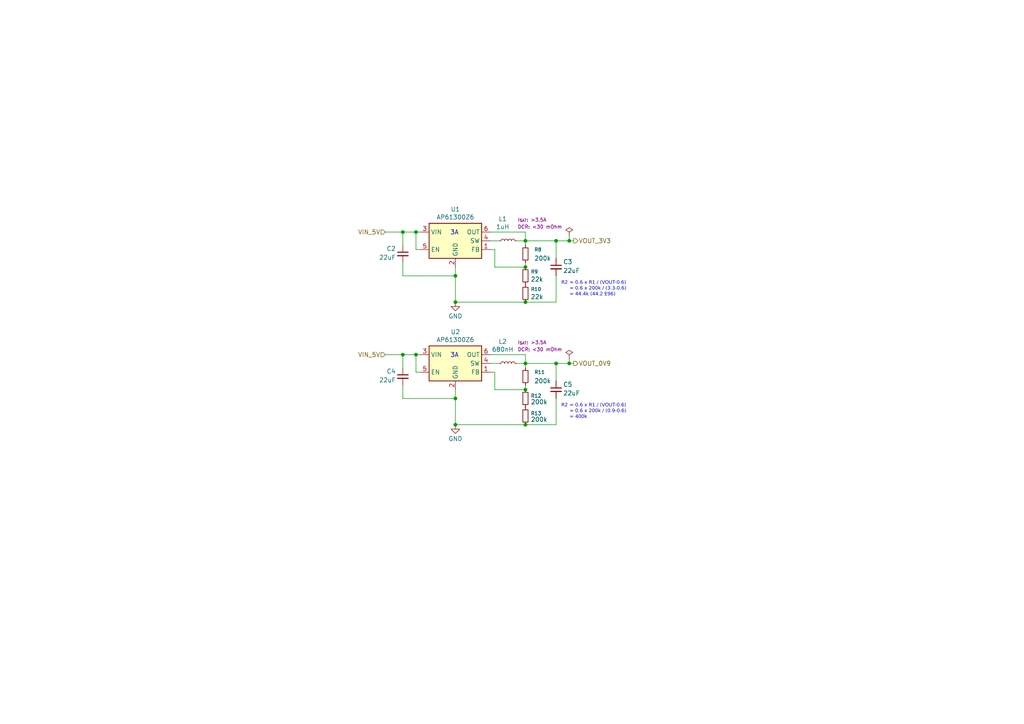
<source format=kicad_sch>
(kicad_sch (version 20250114) (generator "eeschema") (generator_version "9.0")
  (paper "A4")
  (title_block (title "Buck Converters") (date "2025-11-23") (rev "1.0") (company "UVic Rocketry") (comment 1 "Author: Eric Handley"))
  (lib_symbols
    (symbol "Device:C_Small" (pin_numbers (hide yes)) (pin_names (offset 0.254) (hide yes))
      (property "Reference" "C" (at 0.254 1.778 0))
      (property "Value" "C_Small" (at 0.254 -2.032 0))
      (symbol "C_Small_0_1"
        (polyline (pts (xy -1.524 0.508) (xy 1.524 0.508)) (stroke (width 0.3048)))
        (polyline (pts (xy -1.524 -0.508) (xy 1.524 -0.508)) (stroke (width 0.3302)))
      )
      (symbol "C_Small_1_1"
        (pin passive line (at 0 2.54 270) (length 2.032) (name "~") (number "1"))
        (pin passive line (at 0 -2.54 90) (length 2.032) (name "~") (number "2"))
      )
    )
    (symbol "Device:L_Small" (pin_numbers (hide yes)) (pin_names (offset 0.254) (hide yes))
      (property "Reference" "L" (at 0.762 1.016 0))
      (property "Value" "L_Small" (at 0.762 -1.016 0))
      (symbol "L_Small_0_1"
        (arc (start 0 2.032) (mid 0.5058 1.524) (end 0 1.016))
        (arc (start 0 1.016) (mid 0.5058 0.508) (end 0 0))
        (arc (start 0 0) (mid 0.5058 -0.508) (end 0 -1.016))
        (arc (start 0 -1.016) (mid 0.5058 -1.524) (end 0 -2.032))
      )
      (symbol "L_Small_1_1"
        (pin passive line (at 0 2.54 270) (length 0.508) (name "~") (number "1"))
        (pin passive line (at 0 -2.54 90) (length 0.508) (name "~") (number "2"))
      )
    )
    (symbol "Device:R_Small" (pin_numbers (hide yes)) (pin_names (offset 0.254) (hide yes))
      (property "Reference" "R" (at 0 0 90))
      (property "Value" "R_Small" (at 1.778 0 90))
      (symbol "R_Small_0_1"
        (rectangle (start -0.762 1.778) (end 0.762 -1.778) (stroke (width 0.2032)))
      )
      (symbol "R_Small_1_1"
        (pin passive line (at 0 2.54 270) (length 0.762) (name "~") (number "1"))
        (pin passive line (at 0 -2.54 90) (length 0.762) (name "~") (number "2"))
      )
    )
    (symbol "Regulator_Switching:AP61300Z6"
      (property "Reference" "U" (at -7.62 6.35 0))
      (property "Value" "AP61300Z6" (at 6.35 -6.35 0))
      (symbol "AP61300Z6_0_1"
        (rectangle (start -7.62 5.08) (end 7.62 -5.08) (stroke (width 0.254)) (fill (type background)))
      )
      (symbol "AP61300Z6_1_1"
        (pin power_in line (at -10.16 2.54 0) (length 2.54) (name "VIN") (number "3"))
        (pin input line (at -10.16 -2.54 0) (length 2.54) (name "EN") (number "5"))
        (pin power_in line (at 0 -7.62 90) (length 2.54) (name "GND") (number "2"))
        (pin input line (at 10.16 2.54 180) (length 2.54) (name "OUT") (number "6"))
        (pin power_out line (at 10.16 0 180) (length 2.54) (name "SW") (number "4"))
        (pin input line (at 10.16 -2.54 180) (length 2.54) (name "FB") (number "1"))
      )
    )
    (symbol "power:GND" (power) (pin_numbers (hide yes)) (pin_names (offset 0) (hide yes))
      (property "Value" "GND" (at 0 -3.81 0))
      (symbol "GND_0_1"
        (polyline (pts (xy 0 0) (xy 0 -1.27) (xy 1.27 -1.27) (xy 0 -2.54) (xy -1.27 -1.27) (xy 0 -1.27)))
      )
      (symbol "GND_1_1"
        (pin power_in line (at 0 0 270) (length 0) (name "~") (number "1"))
      )
    )
    (symbol "power:PWR_FLAG" (power) (pin_numbers (hide yes)) (pin_names (offset 0) (hide yes))
      (property "Value" "PWR_FLAG" (at 0 3.81 0))
      (symbol "PWR_FLAG_0_0"
        (pin power_out line (at 0 0 90) (length 0) (name "~") (number "1"))
      )
      (symbol "PWR_FLAG_0_1"
        (polyline (pts (xy 0 0) (xy 0 1.27) (xy -1.016 1.905) (xy 0 2.54) (xy 1.016 1.905) (xy 0 1.27)))
      )
    )
  )
  (text "R2	= 0.6 x R1 / (VOUT-0.6)\n	= 0.6 x 200k / (0.9-0.6) \n	= 400k" (at 162.814 119.634 0) (effects (font (size 1 1)) (justify left)))
  (text "3A" (at 131.826 67.564 0) (effects (font (size 1.27 1.27))))
  (text "R2	= 0.6 x R1 / (VOUT-0.6)\n	= 0.6 x 200k / (3.3-0.6) \n	= 44.4k (44.2 E96)" (at 162.814 84.074 0) (effects (font (size 1 1)) (justify left)))
  (text "3A" (at 131.826 103.124 0) (effects (font (size 1.27 1.27))))
  (junction (at 152.4 87.63))
  (junction (at 161.29 69.85))
  (junction (at 161.29 105.41))
  (junction (at 165.1 105.41))
  (junction (at 132.08 87.63))
  (junction (at 132.08 80.01))
  (junction (at 132.08 115.57))
  (junction (at 132.08 123.19))
  (junction (at 152.4 77.47))
  (junction (at 120.65 67.31))
  (junction (at 116.84 67.31))
  (junction (at 120.65 102.87))
  (junction (at 152.4 69.85))
  (junction (at 116.84 102.87))
  (junction (at 152.4 105.41))
  (junction (at 152.4 123.19))
  (junction (at 165.1 69.85))
  (junction (at 152.4 113.03))
  (wire (pts (xy 121.92 72.39) (xy 120.65 72.39)))
  (wire (pts (xy 120.65 102.87) (xy 121.92 102.87)))
  (wire (pts (xy 161.29 105.41) (xy 165.1 105.41)))
  (wire (pts (xy 152.4 105.41) (xy 161.29 105.41)))
  (wire (pts (xy 132.08 87.63) (xy 152.4 87.63)))
  (wire (pts (xy 116.84 115.57) (xy 132.08 115.57)))
  (wire (pts (xy 116.84 111.76) (xy 116.84 115.57)))
  (wire (pts (xy 116.84 102.87) (xy 116.84 106.68)))
  (wire (pts (xy 143.51 107.95) (xy 143.51 113.03)))
  (wire (pts (xy 165.1 104.14) (xy 165.1 105.41)))
  (wire (pts (xy 152.4 69.85) (xy 161.29 69.85)))
  (wire (pts (xy 132.08 123.19) (xy 152.4 123.19)))
  (wire (pts (xy 116.84 67.31) (xy 116.84 71.12)))
  (wire (pts (xy 152.4 67.31) (xy 152.4 69.85)))
  (wire (pts (xy 116.84 67.31) (xy 120.65 67.31)))
  (wire (pts (xy 165.1 69.85) (xy 166.37 69.85)))
  (wire (pts (xy 116.84 102.87) (xy 120.65 102.87)))
  (wire (pts (xy 152.4 87.63) (xy 161.29 87.63)))
  (wire (pts (xy 120.65 67.31) (xy 121.92 67.31)))
  (wire (pts (xy 152.4 113.03) (xy 152.4 111.76)))
  (wire (pts (xy 132.08 80.01) (xy 132.08 87.63)))
  (wire (pts (xy 142.24 102.87) (xy 152.4 102.87)))
  (wire (pts (xy 116.84 76.2) (xy 116.84 80.01)))
  (wire (pts (xy 116.84 80.01) (xy 132.08 80.01)))
  (wire (pts (xy 165.1 68.58) (xy 165.1 69.85)))
  (wire (pts (xy 161.29 69.85) (xy 165.1 69.85)))
  (wire (pts (xy 152.4 102.87) (xy 152.4 105.41)))
  (wire (pts (xy 152.4 105.41) (xy 149.86 105.41)))
  (wire (pts (xy 161.29 69.85) (xy 161.29 74.93)))
  (wire (pts (xy 142.24 67.31) (xy 152.4 67.31)))
  (wire (pts (xy 132.08 77.47) (xy 132.08 80.01)))
  (wire (pts (xy 111.76 67.31) (xy 116.84 67.31)))
  (wire (pts (xy 165.1 105.41) (xy 166.37 105.41)))
  (wire (pts (xy 143.51 77.47) (xy 152.4 77.47)))
  (wire (pts (xy 152.4 71.12) (xy 152.4 69.85)))
  (wire (pts (xy 120.65 67.31) (xy 120.65 72.39)))
  (wire (pts (xy 152.4 77.47) (xy 152.4 76.2)))
  (wire (pts (xy 121.92 107.95) (xy 120.65 107.95)))
  (wire (pts (xy 161.29 80.01) (xy 161.29 87.63)))
  (wire (pts (xy 161.29 115.57) (xy 161.29 123.19)))
  (wire (pts (xy 142.24 72.39) (xy 143.51 72.39)))
  (wire (pts (xy 143.51 72.39) (xy 143.51 77.47)))
  (wire (pts (xy 132.08 115.57) (xy 132.08 123.19)))
  (wire (pts (xy 152.4 123.19) (xy 161.29 123.19)))
  (wire (pts (xy 144.78 69.85) (xy 142.24 69.85)))
  (wire (pts (xy 152.4 69.85) (xy 149.86 69.85)))
  (wire (pts (xy 161.29 105.41) (xy 161.29 110.49)))
  (wire (pts (xy 111.76 102.87) (xy 116.84 102.87)))
  (wire (pts (xy 142.24 107.95) (xy 143.51 107.95)))
  (wire (pts (xy 143.51 113.03) (xy 152.4 113.03)))
  (wire (pts (xy 152.4 106.68) (xy 152.4 105.41)))
  (wire (pts (xy 144.78 105.41) (xy 142.24 105.41)))
  (wire (pts (xy 132.08 113.03) (xy 132.08 115.57)))
  (wire (pts (xy 120.65 102.87) (xy 120.65 107.95)))
  (hierarchical_label "VIN_5V" (shape input) (at 111.76 67.31 180))
  (hierarchical_label "VOUT_0V9" (shape output) (at 166.37 105.41 0))
  (hierarchical_label "VOUT_3V3" (shape output) (at 166.37 69.85 0))
  (hierarchical_label "VIN_5V" (shape input) (at 111.76 102.87 180))
  (symbol (lib_id "Device:C_Small") (at 116.84 109.22 0) (unit 1)
    (property "Reference" "C4" (at 114.808 107.696 0) (effects (justify right)))
    (property "Value" "22uF" (at 114.808 110.236 0) (effects (justify right)))
    (property "Footprint" "Capacitor_SMD:C_1206_3216Metric" (effects (hide yes)))
    (property "Description" "Unpolarized capacitor, small symbol" (effects (hide yes)))
    (property "LCSC PART NAME" "C12891" (effects (hide yes)))
  )
  (symbol (lib_id "Device:R_Small") (at 152.4 120.65 0) (unit 1)
    (property "Reference" "R13" (at 153.924 119.8879 0) (effects (font (size 1.016 1.016)) (justify left)))
    (property "Value" "200k" (at 153.924 121.666 0) (effects (justify left)))
    (property "Footprint" "Resistor_SMD:R_0402_1005Metric" (effects (hide yes)))
    (property "Description" "Resistor, small symbol" (effects (hide yes)))
    (property "LCSC PART NAME" "C25764" (effects (hide yes)))
  )
  (symbol (lib_id "Device:R_Small") (at 152.4 109.22 0) (unit 1)
    (property "Reference" "R11" (at 154.94 107.9499 0) (effects (font (size 1.016 1.016)) (justify left)))
    (property "Value" "200k" (at 154.94 110.4899 0) (effects (justify left)))
    (property "Footprint" "Resistor_SMD:R_0402_1005Metric" (effects (hide yes)))
    (property "Description" "Resistor, small symbol" (effects (hide yes)))
    (property "LCSC PART NAME" "C25764" (effects (hide yes)))
  )
  (symbol (lib_id "Device:C_Small") (at 161.29 77.47 0) (mirror y) (unit 1)
    (property "Reference" "C3" (at 163.322 75.946 0) (effects (justify right)))
    (property "Value" "22uF" (at 163.322 78.486 0) (effects (justify right)))
    (property "Footprint" "Capacitor_SMD:C_1206_3216Metric" (effects (hide yes)))
    (property "Description" "Unpolarized capacitor, small symbol" (effects (hide yes)))
    (property "LCSC PART NAME" "C12891" (effects (hide yes)))
  )
  (symbol (lib_id "Device:R_Small") (at 152.4 73.66 0) (unit 1)
    (property "Reference" "R8" (at 154.94 72.3899 0) (effects (font (size 1.016 1.016)) (justify left)))
    (property "Value" "200k" (at 154.94 74.9299 0) (effects (justify left)))
    (property "Footprint" "Resistor_SMD:R_0402_1005Metric" (effects (hide yes)))
    (property "Description" "Resistor, small symbol" (effects (hide yes)))
    (property "LCSC PART NAME" "C25764" (effects (hide yes)))
  )
  (symbol (lib_id "Device:L_Small") (at 147.32 105.41 90) (unit 1)
    (property "Reference" "L2" (at 145.796 99.06 90))
    (property "Value" "680nH" (at 145.8023 101.346 90))
    (property "Footprint" "Inductor_SMD:L_0603_1608Metric" (effects (hide yes)))
    (property "Description" "Inductor, small symbol" (effects (hide yes)))
    (property "I_{SAT}" ">3.5A" (at 150.114 99.314 90) (show_name yes) (effects (font (size 1 1)) (justify right)))
    (property "DCR" "<30 mOhm" (at 150.114 101.346 90) (show_name yes) (effects (font (size 1 1)) (justify right)))
    (property "LCSC PART NAME" "C55546" (effects (hide yes)))
  )
  (symbol (lib_id "power:GND") (at 132.08 87.63 0) (unit 1)
    (property "Reference" "#PWR023" (effects (hide yes)))
    (property "Value" "GND" (at 132.08 91.694 0))
    (property "Description" "Power symbol creates a global label with name \"GND\" , ground" (effects (hide yes)))
  )
  (symbol (lib_id "Device:R_Small") (at 152.4 85.09 0) (unit 1)
    (property "Reference" "R10" (at 153.8986 83.8778 0) (effects (font (size 1.016 1.016)) (justify left)))
    (property "Value" "22k" (at 153.8986 86.0977 0) (effects (justify left)))
    (property "Footprint" "Resistor_SMD:R_0402_1005Metric" (effects (hide yes)))
    (property "Description" "Resistor, small symbol" (effects (hide yes)))
    (property "LCSC PART NAME" "C25768" (effects (hide yes)))
  )
  (symbol (lib_id "Regulator_Switching:AP61300Z6") (at 132.08 69.85 0) (unit 1)
    (property "Reference" "U1" (at 132.08 60.706 0))
    (property "Value" "AP61300Z6" (at 132.08 62.992 0))
    (property "Footprint" "Package_TO_SOT_SMD:SOT-563" (effects (hide yes)))
    (property "Datasheet" "https://www.diodes.com/datasheet/download/AP61300%2FAP61302.pdf" (effects (hide yes)))
    (property "Description" "2.4V-5.5V input voltage, 0.6V-3.6V adjustable output voltage, 3A output current, Low IQ Synchronous Buck Converter, PFM/PWM, SOT-563" (effects (hide yes)))
  )
  (symbol (lib_id "power:GND") (at 132.08 123.19 0) (unit 1)
    (property "Reference" "#PWR024" (effects (hide yes)))
    (property "Value" "GND" (at 132.08 127.254 0))
    (property "Description" "Power symbol creates a global label with name \"GND\" , ground" (effects (hide yes)))
  )
  (symbol (lib_id "power:PWR_FLAG") (at 165.1 68.58 0) (unit 1)
    (property "Reference" "#FLG01" (effects (hide yes)))
    (property "Value" "PWR_FLAG" (effects (hide yes)))
    (property "Description" "Special symbol for telling ERC where power comes from" (effects (hide yes)))
  )
  (symbol (lib_id "Device:R_Small") (at 152.4 80.01 0) (unit 1)
    (property "Reference" "R9" (at 153.8986 78.7978 0) (effects (font (size 1.016 1.016)) (justify left)))
    (property "Value" "22k" (at 153.8986 81.0177 0) (effects (justify left)))
    (property "Footprint" "Resistor_SMD:R_0402_1005Metric" (effects (hide yes)))
    (property "Description" "Resistor, small symbol" (effects (hide yes)))
    (property "LCSC PART NAME" "C25768" (effects (hide yes)))
  )
  (symbol (lib_id "Device:L_Small") (at 147.32 69.85 90) (unit 1)
    (property "Reference" "L1" (at 145.796 63.5 90))
    (property "Value" "1uH" (at 145.8023 65.786 90))
    (property "Footprint" "Inductor_SMD:L_0805_2012Metric" (effects (hide yes)))
    (property "Description" "Inductor, small symbol" (effects (hide yes)))
    (property "I_{SAT}" ">3.5A" (at 150.114 63.754 90) (show_name yes) (effects (font (size 1 1)) (justify right)))
    (property "DCR" "<30 mOhm" (at 150.114 65.786 90) (show_name yes) (effects (font (size 1 1)) (justify right)))
    (property "LCSC PART NAME" "C1042" (effects (hide yes)))
  )
  (symbol (lib_id "Device:R_Small") (at 152.4 115.57 0) (unit 1)
    (property "Reference" "R12" (at 153.924 114.8079 0) (effects (font (size 1.016 1.016)) (justify left)))
    (property "Value" "200k" (at 153.924 116.586 0) (effects (justify left)))
    (property "Footprint" "Resistor_SMD:R_0402_1005Metric" (effects (hide yes)))
    (property "Description" "Resistor, small symbol" (effects (hide yes)))
    (property "LCSC PART NAME" "C25764" (effects (hide yes)))
  )
  (symbol (lib_id "Regulator_Switching:AP61300Z6") (at 132.08 105.41 0) (unit 1)
    (property "Reference" "U2" (at 132.08 96.266 0))
    (property "Value" "AP61300Z6" (at 132.08 98.552 0))
    (property "Footprint" "Package_TO_SOT_SMD:SOT-563" (effects (hide yes)))
    (property "Datasheet" "https://www.diodes.com/datasheet/download/AP61300%2FAP61302.pdf" (effects (hide yes)))
    (property "Description" "2.4V-5.5V input voltage, 0.6V-3.6V adjustable output voltage, 3A output current, Low IQ Synchronous Buck Converter, PFM/PWM, SOT-563" (effects (hide yes)))
  )
  (symbol (lib_id "Device:C_Small") (at 116.84 73.66 0) (unit 1)
    (property "Reference" "C2" (at 114.808 72.136 0) (effects (justify right)))
    (property "Value" "22uF" (at 114.808 74.676 0) (effects (justify right)))
    (property "Footprint" "Capacitor_SMD:C_1206_3216Metric" (effects (hide yes)))
    (property "Description" "Unpolarized capacitor, small symbol" (effects (hide yes)))
    (property "LCSC PART NAME" "C12891" (effects (hide yes)))
  )
  (symbol (lib_id "Device:C_Small") (at 161.29 113.03 0) (mirror y) (unit 1)
    (property "Reference" "C5" (at 163.322 111.506 0) (effects (justify right)))
    (property "Value" "22uF" (at 163.322 114.046 0) (effects (justify right)))
    (property "Footprint" "Capacitor_SMD:C_1206_3216Metric" (effects (hide yes)))
    (property "Description" "Unpolarized capacitor, small symbol" (effects (hide yes)))
    (property "LCSC PART NAME" "C12891" (effects (hide yes)))
  )
  (symbol (lib_id "power:PWR_FLAG") (at 165.1 104.14 0) (unit 1)
    (property "Reference" "#FLG02" (effects (hide yes)))
    (property "Value" "PWR_FLAG" (effects (hide yes)))
    (property "Description" "Special symbol for telling ERC where power comes from" (effects (hide yes)))
  )
)
</source>
